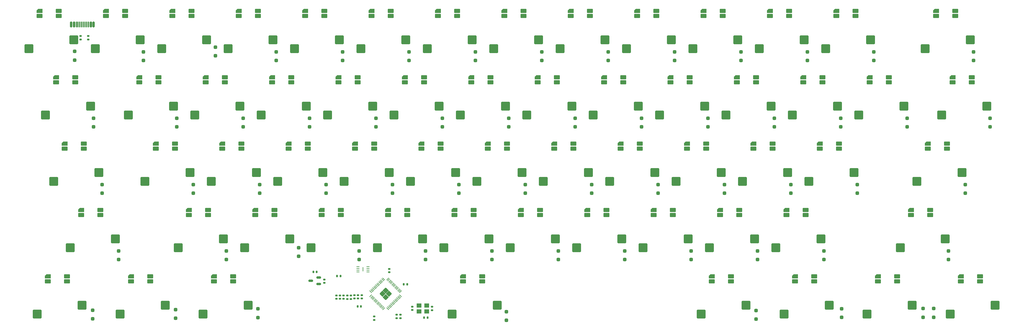
<source format=gbr>
%TF.GenerationSoftware,KiCad,Pcbnew,8.0.3*%
%TF.CreationDate,2024-12-09T14:43:44+08:00*%
%TF.ProjectId,PH60_Rev3,50483630-5f52-4657-9633-2e6b69636164,rev?*%
%TF.SameCoordinates,Original*%
%TF.FileFunction,Paste,Bot*%
%TF.FilePolarity,Positive*%
%FSLAX46Y46*%
G04 Gerber Fmt 4.6, Leading zero omitted, Abs format (unit mm)*
G04 Created by KiCad (PCBNEW 8.0.3) date 2024-12-09 14:43:44*
%MOMM*%
%LPD*%
G01*
G04 APERTURE LIST*
G04 Aperture macros list*
%AMRoundRect*
0 Rectangle with rounded corners*
0 $1 Rounding radius*
0 $2 $3 $4 $5 $6 $7 $8 $9 X,Y pos of 4 corners*
0 Add a 4 corners polygon primitive as box body*
4,1,4,$2,$3,$4,$5,$6,$7,$8,$9,$2,$3,0*
0 Add four circle primitives for the rounded corners*
1,1,$1+$1,$2,$3*
1,1,$1+$1,$4,$5*
1,1,$1+$1,$6,$7*
1,1,$1+$1,$8,$9*
0 Add four rect primitives between the rounded corners*
20,1,$1+$1,$2,$3,$4,$5,0*
20,1,$1+$1,$4,$5,$6,$7,0*
20,1,$1+$1,$6,$7,$8,$9,0*
20,1,$1+$1,$8,$9,$2,$3,0*%
%AMFreePoly0*
4,1,18,-0.600000,0.730000,-0.590866,0.775922,-0.564853,0.814853,-0.525922,0.840866,-0.480000,0.850000,0.480000,0.850000,0.525922,0.840866,0.564853,0.814853,0.590866,0.775922,0.600000,0.730000,0.600000,-0.730000,0.590866,-0.775922,0.564853,-0.814853,0.525922,-0.840866,0.480000,-0.850000,-0.120000,-0.850000,-0.600000,-0.370000,-0.600000,0.730000,-0.600000,0.730000,$1*%
%AMFreePoly1*
4,1,19,0.563745,0.600348,0.608674,0.548496,0.619677,0.497915,0.619677,-0.497915,0.600348,-0.563745,0.548496,-0.608674,0.497915,-0.619677,-0.497915,-0.619677,-0.563745,-0.600348,-0.608674,-0.548496,-0.619677,-0.497915,-0.619677,0.397045,-0.600348,0.462875,-0.584014,0.483144,-0.483144,0.584014,-0.422927,0.616893,-0.397045,0.619677,0.497915,0.619677,0.563745,0.600348,0.563745,0.600348,
$1*%
%AMFreePoly2*
4,1,19,0.563745,0.600348,0.608674,0.548496,0.619677,0.497915,0.619677,-0.497915,0.600348,-0.563745,0.548496,-0.608674,0.497915,-0.619677,-0.397045,-0.619677,-0.462875,-0.600348,-0.483144,-0.584014,-0.584014,-0.483144,-0.616893,-0.422927,-0.619677,-0.397045,-0.619677,0.497915,-0.600348,0.563745,-0.548496,0.608674,-0.497915,0.619677,0.497915,0.619677,0.563745,0.600348,0.563745,0.600348,
$1*%
%AMFreePoly3*
4,1,19,0.462875,0.600348,0.483144,0.584014,0.584014,0.483144,0.616893,0.422927,0.619677,0.397045,0.619677,-0.497915,0.600348,-0.563745,0.548496,-0.608674,0.497915,-0.619677,-0.497915,-0.619677,-0.563745,-0.600348,-0.608674,-0.548496,-0.619677,-0.497915,-0.619677,0.497915,-0.600348,0.563745,-0.548496,0.608674,-0.497915,0.619677,0.397045,0.619677,0.462875,0.600348,0.462875,0.600348,
$1*%
%AMFreePoly4*
4,1,19,0.563745,0.600348,0.608674,0.548496,0.619677,0.497915,0.619677,-0.397045,0.600348,-0.462875,0.584014,-0.483144,0.483144,-0.584014,0.422927,-0.616893,0.397045,-0.619677,-0.497915,-0.619677,-0.563745,-0.600348,-0.608674,-0.548496,-0.619677,-0.497915,-0.619677,0.497915,-0.600348,0.563745,-0.548496,0.608674,-0.497915,0.619677,0.497915,0.619677,0.563745,0.600348,0.563745,0.600348,
$1*%
G04 Aperture macros list end*
%ADD10RoundRect,0.250000X1.025000X1.000000X-1.025000X1.000000X-1.025000X-1.000000X1.025000X-1.000000X0*%
%ADD11RoundRect,0.250000X0.250000X-0.250000X0.250000X0.250000X-0.250000X0.250000X-0.250000X-0.250000X0*%
%ADD12RoundRect,0.120000X-0.730000X0.480000X-0.730000X-0.480000X0.730000X-0.480000X0.730000X0.480000X0*%
%ADD13FreePoly0,270.000000*%
%ADD14RoundRect,0.140000X0.140000X0.170000X-0.140000X0.170000X-0.140000X-0.170000X0.140000X-0.170000X0*%
%ADD15RoundRect,0.140000X0.170000X-0.140000X0.170000X0.140000X-0.170000X0.140000X-0.170000X-0.140000X0*%
%ADD16RoundRect,0.140000X-0.170000X0.140000X-0.170000X-0.140000X0.170000X-0.140000X0.170000X0.140000X0*%
%ADD17RoundRect,0.150000X0.512500X0.150000X-0.512500X0.150000X-0.512500X-0.150000X0.512500X-0.150000X0*%
%ADD18FreePoly1,225.000000*%
%ADD19FreePoly2,225.000000*%
%ADD20FreePoly3,225.000000*%
%ADD21FreePoly4,225.000000*%
%ADD22RoundRect,0.050000X0.238649X0.309359X-0.309359X-0.238649X-0.238649X-0.309359X0.309359X0.238649X0*%
%ADD23RoundRect,0.050000X-0.238649X0.309359X-0.309359X0.238649X0.238649X-0.309359X0.309359X-0.238649X0*%
%ADD24RoundRect,0.135000X0.135000X0.185000X-0.135000X0.185000X-0.135000X-0.185000X0.135000X-0.185000X0*%
%ADD25RoundRect,0.135000X-0.185000X0.135000X-0.185000X-0.135000X0.185000X-0.135000X0.185000X0.135000X0*%
%ADD26RoundRect,0.135000X0.185000X-0.135000X0.185000X0.135000X-0.185000X0.135000X-0.185000X-0.135000X0*%
%ADD27RoundRect,0.140000X-0.140000X-0.170000X0.140000X-0.170000X0.140000X0.170000X-0.140000X0.170000X0*%
%ADD28RoundRect,0.040000X0.040000X0.605000X-0.040000X0.605000X-0.040000X-0.605000X0.040000X-0.605000X0*%
%ADD29RoundRect,0.062500X0.387500X0.062500X-0.387500X0.062500X-0.387500X-0.062500X0.387500X-0.062500X0*%
%ADD30RoundRect,0.135000X-0.135000X-0.185000X0.135000X-0.185000X0.135000X0.185000X-0.135000X0.185000X0*%
%ADD31RoundRect,0.150000X-0.150000X-0.670000X0.150000X-0.670000X0.150000X0.670000X-0.150000X0.670000X0*%
%ADD32RoundRect,0.075000X-0.075000X-0.745000X0.075000X-0.745000X0.075000X0.745000X-0.075000X0.745000X0*%
%ADD33R,1.400000X1.200000*%
G04 APERTURE END LIST*
D10*
%TO.C,S30*%
X78522500Y-78740000D03*
X65595500Y-81280000D03*
%TD*%
%TO.C,S27*%
X283310000Y-59690000D03*
X270383000Y-62230000D03*
%TD*%
%TO.C,S32*%
X116622500Y-78740000D03*
X103695500Y-81280000D03*
%TD*%
%TO.C,S38*%
X230922500Y-78740000D03*
X217995500Y-81280000D03*
%TD*%
%TO.C,S35*%
X173772500Y-78740000D03*
X160845500Y-81280000D03*
%TD*%
%TO.C,S4*%
X102335000Y-40640000D03*
X89408000Y-43180000D03*
%TD*%
%TO.C,S2*%
X64235000Y-40640000D03*
X51308000Y-43180000D03*
%TD*%
%TO.C,S22*%
X188060000Y-59690000D03*
X175133000Y-62230000D03*
%TD*%
%TO.C,S28*%
X307122500Y-59690000D03*
X294195500Y-62230000D03*
%TD*%
%TO.C,S46*%
X145197500Y-97790000D03*
X132270500Y-100330000D03*
%TD*%
%TO.C,S1*%
X45185000Y-40640000D03*
X32258000Y-43180000D03*
%TD*%
%TO.C,S54*%
X47566250Y-116840000D03*
X34639250Y-119380000D03*
%TD*%
%TO.C,S10*%
X216635000Y-40640000D03*
X203708000Y-43180000D03*
%TD*%
%TO.C,S34*%
X154722500Y-78740000D03*
X141795500Y-81280000D03*
%TD*%
%TO.C,S15*%
X49947500Y-59690000D03*
X37020500Y-62230000D03*
%TD*%
%TO.C,S56*%
X95191250Y-116840000D03*
X82264250Y-119380000D03*
%TD*%
%TO.C,S20*%
X149960000Y-59690000D03*
X137033000Y-62230000D03*
%TD*%
%TO.C,S17*%
X92810000Y-59690000D03*
X79883000Y-62230000D03*
%TD*%
%TO.C,S31*%
X97572500Y-78740000D03*
X84645500Y-81280000D03*
%TD*%
%TO.C,S48*%
X183297500Y-97790000D03*
X170370500Y-100330000D03*
%TD*%
%TO.C,S51*%
X240447500Y-97790000D03*
X227520500Y-100330000D03*
%TD*%
%TO.C,S23*%
X207110000Y-59690000D03*
X194183000Y-62230000D03*
%TD*%
%TO.C,S50*%
X221397500Y-97790000D03*
X208470500Y-100330000D03*
%TD*%
%TO.C,S18*%
X111860000Y-59690000D03*
X98933000Y-62230000D03*
%TD*%
%TO.C,S33*%
X135672500Y-78740000D03*
X122745500Y-81280000D03*
%TD*%
%TO.C,S16*%
X73760000Y-59690000D03*
X60833000Y-62230000D03*
%TD*%
%TO.C,S60*%
X285691250Y-116840000D03*
X272764250Y-119380000D03*
%TD*%
%TO.C,S43*%
X88047500Y-97790000D03*
X75120500Y-100330000D03*
%TD*%
%TO.C,S58*%
X238066250Y-116840000D03*
X225139250Y-119380000D03*
%TD*%
%TO.C,S24*%
X226160000Y-59690000D03*
X213233000Y-62230000D03*
%TD*%
%TO.C,S29*%
X52328750Y-78740000D03*
X39401750Y-81280000D03*
%TD*%
%TO.C,S37*%
X211872500Y-78740000D03*
X198945500Y-81280000D03*
%TD*%
%TO.C,S3*%
X83285000Y-40640000D03*
X70358000Y-43180000D03*
%TD*%
%TO.C,S61*%
X309503750Y-116840000D03*
X296576750Y-119380000D03*
%TD*%
%TO.C,S36*%
X192822500Y-78740000D03*
X179895500Y-81280000D03*
%TD*%
%TO.C,S6*%
X140435000Y-40640000D03*
X127508000Y-43180000D03*
%TD*%
%TO.C,S55*%
X71378750Y-116840000D03*
X58451750Y-119380000D03*
%TD*%
%TO.C,S25*%
X245210000Y-59690000D03*
X232283000Y-62230000D03*
%TD*%
%TO.C,S9*%
X197585000Y-40640000D03*
X184658000Y-43180000D03*
%TD*%
%TO.C,S26*%
X264260000Y-59690000D03*
X251333000Y-62230000D03*
%TD*%
%TO.C,S11*%
X235685000Y-40640000D03*
X222758000Y-43180000D03*
%TD*%
%TO.C,S59*%
X261878750Y-116840000D03*
X248951750Y-119380000D03*
%TD*%
%TO.C,S53*%
X295216250Y-97790000D03*
X282289250Y-100330000D03*
%TD*%
%TO.C,S12*%
X254735000Y-40640000D03*
X241808000Y-43180000D03*
%TD*%
%TO.C,S57*%
X166628750Y-116840000D03*
X153701750Y-119380000D03*
%TD*%
%TO.C,S8*%
X178535000Y-40640000D03*
X165608000Y-43180000D03*
%TD*%
%TO.C,S13*%
X273785000Y-40640000D03*
X260858000Y-43180000D03*
%TD*%
%TO.C,S14*%
X302360000Y-40640000D03*
X289433000Y-43180000D03*
%TD*%
%TO.C,S21*%
X169010000Y-59690000D03*
X156083000Y-62230000D03*
%TD*%
%TO.C,S19*%
X130910000Y-59690000D03*
X117983000Y-62230000D03*
%TD*%
%TO.C,S5*%
X121385000Y-40640000D03*
X108458000Y-43180000D03*
%TD*%
%TO.C,S45*%
X126147500Y-97790000D03*
X113220500Y-100330000D03*
%TD*%
%TO.C,S52*%
X259497500Y-97790000D03*
X246570500Y-100330000D03*
%TD*%
%TO.C,S7*%
X159485000Y-40640000D03*
X146558000Y-43180000D03*
%TD*%
%TO.C,S41*%
X299978750Y-78740000D03*
X287051750Y-81280000D03*
%TD*%
%TO.C,S49*%
X202347500Y-97790000D03*
X189420500Y-100330000D03*
%TD*%
%TO.C,S44*%
X107097500Y-97790000D03*
X94170500Y-100330000D03*
%TD*%
%TO.C,S39*%
X249972500Y-78740000D03*
X237045500Y-81280000D03*
%TD*%
%TO.C,S40*%
X269022500Y-78740000D03*
X256095500Y-81280000D03*
%TD*%
%TO.C,S47*%
X164247500Y-97790000D03*
X151320500Y-100330000D03*
%TD*%
%TO.C,S42*%
X57091250Y-97790000D03*
X44164250Y-100330000D03*
%TD*%
D11*
%TO.C,D21*%
X169924999Y-65600000D03*
X169924999Y-63100000D03*
%TD*%
D12*
%TO.C,RGB20*%
X145625000Y-52820000D03*
X145625000Y-51320000D03*
D13*
X140125000Y-51320000D03*
D12*
X140125000Y-52820000D03*
%TD*%
D14*
%TO.C,C13*%
X127555000Y-117185000D03*
X126595000Y-117185000D03*
%TD*%
D15*
%TO.C,C3*%
X147975000Y-118225000D03*
X147975000Y-117265000D03*
%TD*%
D11*
%TO.C,D46*%
X146112499Y-103700000D03*
X146112499Y-101200000D03*
%TD*%
%TO.C,D55*%
X74335000Y-120535000D03*
X74335000Y-118035000D03*
%TD*%
D12*
%TO.C,RGB58*%
X233731250Y-109970000D03*
X233731250Y-108470000D03*
D13*
X228231250Y-108470000D03*
D12*
X228231250Y-109970000D03*
%TD*%
%TO.C,RGB14*%
X298025000Y-33770000D03*
X298025000Y-32270000D03*
D13*
X292525000Y-32270000D03*
D12*
X292525000Y-33770000D03*
%TD*%
D16*
%TO.C,C8*%
X120485000Y-114015000D03*
X120485000Y-114975000D03*
%TD*%
D15*
%TO.C,C18*%
X117065000Y-110375000D03*
X117065000Y-109415000D03*
%TD*%
D17*
%TO.C,U1*%
X115425000Y-108825000D03*
X115425000Y-110725000D03*
X113150000Y-109775000D03*
%TD*%
D12*
%TO.C,RGB55*%
X67043750Y-109970000D03*
X67043750Y-108470000D03*
D13*
X61543750Y-108470000D03*
D12*
X61543750Y-109970000D03*
%TD*%
%TO.C,RGB42*%
X52756250Y-90920000D03*
X52756250Y-89420000D03*
D13*
X47256250Y-89420000D03*
D12*
X47256250Y-90920000D03*
%TD*%
D11*
%TO.C,D7*%
X160399999Y-46550000D03*
X160399999Y-44050000D03*
%TD*%
D18*
%TO.C,U3*%
X135589594Y-113540406D03*
D19*
X134635000Y-112585812D03*
D20*
X134635000Y-114495000D03*
D21*
X133680406Y-113540406D03*
D22*
X135227202Y-109271249D03*
X135510045Y-109554092D03*
X135792887Y-109836934D03*
X136075730Y-110119777D03*
X136358573Y-110402620D03*
X136641415Y-110685462D03*
X136924258Y-110968305D03*
X137207101Y-111251148D03*
X137489944Y-111533991D03*
X137772786Y-111816833D03*
X138055629Y-112099676D03*
X138338472Y-112382519D03*
X138621314Y-112665361D03*
X138904157Y-112948204D03*
D23*
X138904157Y-114132608D03*
X138621314Y-114415451D03*
X138338472Y-114698293D03*
X138055629Y-114981136D03*
X137772786Y-115263979D03*
X137489944Y-115546821D03*
X137207101Y-115829664D03*
X136924258Y-116112507D03*
X136641415Y-116395350D03*
X136358573Y-116678192D03*
X136075730Y-116961035D03*
X135792887Y-117243878D03*
X135510045Y-117526720D03*
X135227202Y-117809563D03*
D22*
X134042798Y-117809563D03*
X133759955Y-117526720D03*
X133477113Y-117243878D03*
X133194270Y-116961035D03*
X132911427Y-116678192D03*
X132628585Y-116395350D03*
X132345742Y-116112507D03*
X132062899Y-115829664D03*
X131780056Y-115546821D03*
X131497214Y-115263979D03*
X131214371Y-114981136D03*
X130931528Y-114698293D03*
X130648686Y-114415451D03*
X130365843Y-114132608D03*
D23*
X130365843Y-112948204D03*
X130648686Y-112665361D03*
X130931528Y-112382519D03*
X131214371Y-112099676D03*
X131497214Y-111816833D03*
X131780056Y-111533991D03*
X132062899Y-111251148D03*
X132345742Y-110968305D03*
X132628585Y-110685462D03*
X132911427Y-110402620D03*
X133194270Y-110119777D03*
X133477113Y-109836934D03*
X133759955Y-109554092D03*
X134042798Y-109271249D03*
%TD*%
D11*
%TO.C,D15*%
X50862499Y-65600000D03*
X50862499Y-63100000D03*
%TD*%
D12*
%TO.C,RGB57*%
X162293750Y-109970000D03*
X162293750Y-108470000D03*
D13*
X156793750Y-108470000D03*
D12*
X156793750Y-109970000D03*
%TD*%
%TO.C,RGB38*%
X226587500Y-71870000D03*
X226587500Y-70370000D03*
D13*
X221087500Y-70370000D03*
D12*
X221087500Y-71870000D03*
%TD*%
%TO.C,RGB37*%
X207537500Y-71870000D03*
X207537500Y-70370000D03*
D13*
X202037500Y-70370000D03*
D12*
X202037500Y-71870000D03*
%TD*%
D11*
%TO.C,D22*%
X188974999Y-65600000D03*
X188974999Y-63100000D03*
%TD*%
%TO.C,D44*%
X109705000Y-102785000D03*
X109705000Y-100285000D03*
%TD*%
D24*
%TO.C,R5*%
X146635000Y-120365000D03*
X145615000Y-120365000D03*
%TD*%
D12*
%TO.C,RGB52*%
X255162500Y-90920000D03*
X255162500Y-89420000D03*
D13*
X249662500Y-89420000D03*
D12*
X249662500Y-90920000D03*
%TD*%
D25*
%TO.C,R7*%
X49335000Y-39475000D03*
X49335000Y-40495000D03*
%TD*%
D11*
%TO.C,D58*%
X240945000Y-120805000D03*
X240945000Y-118305000D03*
%TD*%
%TO.C,D20*%
X150874999Y-65600000D03*
X150874999Y-63100000D03*
%TD*%
D12*
%TO.C,RGB3*%
X78950000Y-33770000D03*
X78950000Y-32270000D03*
D13*
X73450000Y-32270000D03*
D12*
X73450000Y-33770000D03*
%TD*%
%TO.C,RGB60*%
X281356250Y-109970000D03*
X281356250Y-108470000D03*
D13*
X275856250Y-108470000D03*
D12*
X275856250Y-109970000D03*
%TD*%
%TO.C,RGB5*%
X117050000Y-33770000D03*
X117050000Y-32270000D03*
D13*
X111550000Y-32270000D03*
D12*
X111550000Y-33770000D03*
%TD*%
%TO.C,RGB16*%
X69425000Y-52820000D03*
X69425000Y-51320000D03*
D13*
X63925000Y-51320000D03*
D12*
X63925000Y-52820000D03*
%TD*%
D11*
%TO.C,D19*%
X131824999Y-65600000D03*
X131824999Y-63100000D03*
%TD*%
D16*
%TO.C,C16*%
X122545000Y-114025000D03*
X122545000Y-114985000D03*
%TD*%
D11*
%TO.C,D4*%
X103249999Y-46550000D03*
X103249999Y-44050000D03*
%TD*%
%TO.C,D13*%
X274699999Y-46550000D03*
X274699999Y-44050000D03*
%TD*%
%TO.C,D29*%
X53243749Y-84650000D03*
X53243749Y-82150000D03*
%TD*%
D12*
%TO.C,RGB24*%
X221825000Y-52820000D03*
X221825000Y-51320000D03*
D13*
X216325000Y-51320000D03*
D12*
X216325000Y-52820000D03*
%TD*%
D11*
%TO.C,D11*%
X236599999Y-46550000D03*
X236599999Y-44050000D03*
%TD*%
D15*
%TO.C,C5*%
X135685000Y-107325000D03*
X135685000Y-106365000D03*
%TD*%
D12*
%TO.C,RGB18*%
X107525000Y-52820000D03*
X107525000Y-51320000D03*
D13*
X102025000Y-51320000D03*
D12*
X102025000Y-52820000D03*
%TD*%
%TO.C,RGB27*%
X278975000Y-52820000D03*
X278975000Y-51320000D03*
D13*
X273475000Y-51320000D03*
D12*
X273475000Y-52820000D03*
%TD*%
%TO.C,RGB34*%
X150387500Y-71870000D03*
X150387500Y-70370000D03*
D13*
X144887500Y-70370000D03*
D12*
X144887500Y-71870000D03*
%TD*%
D11*
%TO.C,D42*%
X58006249Y-103700000D03*
X58006249Y-101200000D03*
%TD*%
D12*
%TO.C,RGB47*%
X159912500Y-90920000D03*
X159912500Y-89420000D03*
D13*
X154412500Y-89420000D03*
D12*
X154412500Y-90920000D03*
%TD*%
D16*
%TO.C,C9*%
X131375000Y-120045000D03*
X131375000Y-121005000D03*
%TD*%
D11*
%TO.C,D2*%
X65149999Y-46550000D03*
X65149999Y-44050000D03*
%TD*%
D12*
%TO.C,RGB29*%
X47993750Y-71870000D03*
X47993750Y-70370000D03*
D13*
X42493750Y-70370000D03*
D12*
X42493750Y-71870000D03*
%TD*%
%TO.C,RGB7*%
X155150000Y-33770000D03*
X155150000Y-32270000D03*
D13*
X149650000Y-32270000D03*
D12*
X149650000Y-33770000D03*
%TD*%
D11*
%TO.C,D34*%
X155637499Y-84650000D03*
X155637499Y-82150000D03*
%TD*%
D12*
%TO.C,RGB48*%
X178962500Y-90920000D03*
X178962500Y-89420000D03*
D13*
X173462500Y-89420000D03*
D12*
X173462500Y-90920000D03*
%TD*%
D11*
%TO.C,D27*%
X284224999Y-65600000D03*
X284224999Y-63100000D03*
%TD*%
D12*
%TO.C,RGB4*%
X98000000Y-33770000D03*
X98000000Y-32270000D03*
D13*
X92500000Y-32270000D03*
D12*
X92500000Y-33770000D03*
%TD*%
%TO.C,RGB17*%
X88475000Y-52820000D03*
X88475000Y-51320000D03*
D13*
X82975000Y-51320000D03*
D12*
X82975000Y-52820000D03*
%TD*%
%TO.C,RGB61*%
X305168750Y-109970000D03*
X305168750Y-108470000D03*
D13*
X299668750Y-108470000D03*
D12*
X299668750Y-109970000D03*
%TD*%
%TO.C,RGB9*%
X193250000Y-33770000D03*
X193250000Y-32270000D03*
D13*
X187750000Y-32270000D03*
D12*
X187750000Y-33770000D03*
%TD*%
%TO.C,RGB59*%
X257543750Y-109970000D03*
X257543750Y-108470000D03*
D13*
X252043750Y-108470000D03*
D12*
X252043750Y-109970000D03*
%TD*%
D26*
%TO.C,R3*%
X123625000Y-115045000D03*
X123625000Y-114025000D03*
%TD*%
D11*
%TO.C,D18*%
X112774999Y-65600000D03*
X112774999Y-63100000D03*
%TD*%
%TO.C,D30*%
X79437499Y-84650000D03*
X79437499Y-82150000D03*
%TD*%
%TO.C,D57*%
X169235000Y-121162500D03*
X169235000Y-118662500D03*
%TD*%
%TO.C,D43*%
X88962499Y-103700000D03*
X88962499Y-101200000D03*
%TD*%
%TO.C,D45*%
X127062499Y-103700000D03*
X127062499Y-101200000D03*
%TD*%
D12*
%TO.C,RGB35*%
X169437500Y-71870000D03*
X169437500Y-70370000D03*
D13*
X163937500Y-70370000D03*
D12*
X163937500Y-71870000D03*
%TD*%
D16*
%TO.C,C14*%
X121535000Y-114025000D03*
X121535000Y-114985000D03*
%TD*%
%TO.C,C10*%
X127775000Y-113905000D03*
X127775000Y-114865000D03*
%TD*%
D11*
%TO.C,D31*%
X98487499Y-84650000D03*
X98487499Y-82150000D03*
%TD*%
D25*
%TO.C,R6*%
X47135000Y-39475000D03*
X47135000Y-40495000D03*
%TD*%
D11*
%TO.C,D16*%
X74674999Y-65600000D03*
X74674999Y-63100000D03*
%TD*%
D12*
%TO.C,RGB46*%
X140862500Y-90920000D03*
X140862500Y-89420000D03*
D13*
X135362500Y-89420000D03*
D12*
X135362500Y-90920000D03*
%TD*%
D11*
%TO.C,D6*%
X141349999Y-46550000D03*
X141349999Y-44050000D03*
%TD*%
%TO.C,D48*%
X184212499Y-103700000D03*
X184212499Y-101200000D03*
%TD*%
D12*
%TO.C,RGB44*%
X102762500Y-90920000D03*
X102762500Y-89420000D03*
D13*
X97262500Y-89420000D03*
D12*
X97262500Y-90920000D03*
%TD*%
%TO.C,RGB23*%
X202775000Y-52820000D03*
X202775000Y-51320000D03*
D13*
X197275000Y-51320000D03*
D12*
X197275000Y-52820000D03*
%TD*%
%TO.C,RGB50*%
X217062500Y-90920000D03*
X217062500Y-89420000D03*
D13*
X211562500Y-89420000D03*
D12*
X211562500Y-90920000D03*
%TD*%
%TO.C,RGB33*%
X131337500Y-71870000D03*
X131337500Y-70370000D03*
D13*
X125837500Y-70370000D03*
D12*
X125837500Y-71870000D03*
%TD*%
%TO.C,RGB26*%
X259925000Y-52820000D03*
X259925000Y-51320000D03*
D13*
X254425000Y-51320000D03*
D12*
X254425000Y-52820000D03*
%TD*%
D11*
%TO.C,D24*%
X227074999Y-65600000D03*
X227074999Y-63100000D03*
%TD*%
D16*
%TO.C,C2*%
X142285000Y-117225000D03*
X142285000Y-118185000D03*
%TD*%
D11*
%TO.C,D35*%
X174687499Y-84650000D03*
X174687499Y-82150000D03*
%TD*%
%TO.C,D38*%
X231837499Y-84650000D03*
X231837499Y-82150000D03*
%TD*%
D12*
%TO.C,RGB49*%
X198012500Y-90920000D03*
X198012500Y-89420000D03*
D13*
X192512500Y-89420000D03*
D12*
X192512500Y-90920000D03*
%TD*%
D16*
%TO.C,C12*%
X138848472Y-119532519D03*
X138848472Y-120492519D03*
%TD*%
D12*
%TO.C,RGB28*%
X302787500Y-52820000D03*
X302787500Y-51320000D03*
D13*
X297287500Y-51320000D03*
D12*
X297287500Y-52820000D03*
%TD*%
%TO.C,RGB13*%
X269450000Y-33770000D03*
X269450000Y-32270000D03*
D13*
X263950000Y-32270000D03*
D12*
X263950000Y-33770000D03*
%TD*%
%TO.C,RGB12*%
X250400000Y-33770000D03*
X250400000Y-32270000D03*
D13*
X244900000Y-32270000D03*
D12*
X244900000Y-33770000D03*
%TD*%
D27*
%TO.C,C11*%
X139835000Y-110765000D03*
X140795000Y-110765000D03*
%TD*%
D12*
%TO.C,RGB54*%
X43231250Y-109970000D03*
X43231250Y-108470000D03*
D13*
X37731250Y-108470000D03*
D12*
X37731250Y-109970000D03*
%TD*%
%TO.C,RGB41*%
X295643750Y-71870000D03*
X295643750Y-70370000D03*
D13*
X290143750Y-70370000D03*
D12*
X290143750Y-71870000D03*
%TD*%
%TO.C,RGB2*%
X59900000Y-33770000D03*
X59900000Y-32270000D03*
D13*
X54400000Y-32270000D03*
D12*
X54400000Y-33770000D03*
%TD*%
%TO.C,RGB1*%
X40850000Y-33770000D03*
X40850000Y-32270000D03*
D13*
X35350000Y-32270000D03*
D12*
X35350000Y-33770000D03*
%TD*%
D11*
%TO.C,D56*%
X97975000Y-120365000D03*
X97975000Y-117865000D03*
%TD*%
D16*
%TO.C,C15*%
X126715000Y-113905000D03*
X126715000Y-114865000D03*
%TD*%
D11*
%TO.C,D49*%
X203262499Y-103700000D03*
X203262499Y-101200000D03*
%TD*%
D12*
%TO.C,RGB40*%
X264687500Y-71870000D03*
X264687500Y-70370000D03*
D13*
X259187500Y-70370000D03*
D12*
X259187500Y-71870000D03*
%TD*%
%TO.C,RGB22*%
X183725000Y-52820000D03*
X183725000Y-51320000D03*
D13*
X178225000Y-51320000D03*
D12*
X178225000Y-52820000D03*
%TD*%
D11*
%TO.C,D59*%
X265445000Y-120315000D03*
X265445000Y-117815000D03*
%TD*%
D26*
%TO.C,R4*%
X124655000Y-115065000D03*
X124655000Y-114045000D03*
%TD*%
D12*
%TO.C,RGB6*%
X136100000Y-33770000D03*
X136100000Y-32270000D03*
D13*
X130600000Y-32270000D03*
D12*
X130600000Y-33770000D03*
%TD*%
D11*
%TO.C,D54*%
X50535000Y-120715000D03*
X50535000Y-118215000D03*
%TD*%
%TO.C,D17*%
X93724999Y-65600000D03*
X93724999Y-63100000D03*
%TD*%
D12*
%TO.C,RGB53*%
X290881250Y-90920000D03*
X290881250Y-89420000D03*
D13*
X285381250Y-89420000D03*
D12*
X285381250Y-90920000D03*
%TD*%
D11*
%TO.C,D60*%
X288865000Y-120245000D03*
X288865000Y-117745000D03*
%TD*%
D28*
%TO.C,U2*%
X128115000Y-106505000D03*
D29*
X129540000Y-105755000D03*
X129540000Y-106255000D03*
X129540000Y-106755000D03*
X129540000Y-107255000D03*
X126690000Y-107255000D03*
X126690000Y-106755000D03*
X126690000Y-106255000D03*
X126690000Y-105755000D03*
%TD*%
D12*
%TO.C,RGB45*%
X121812500Y-90920000D03*
X121812500Y-89420000D03*
D13*
X116312500Y-89420000D03*
D12*
X116312500Y-90920000D03*
%TD*%
D30*
%TO.C,R1*%
X120715000Y-108415000D03*
X121735000Y-108415000D03*
%TD*%
D31*
%TO.C,J1*%
X44425000Y-36180000D03*
X45225000Y-36180000D03*
D32*
X46375000Y-36180000D03*
X47375000Y-36180000D03*
X47875000Y-36180000D03*
X48875000Y-36180000D03*
D31*
X50025000Y-36180000D03*
X50825000Y-36180000D03*
X50825000Y-36180000D03*
X50025000Y-36180000D03*
D32*
X49375000Y-36180000D03*
X48375000Y-36180000D03*
X46875000Y-36180000D03*
X45875000Y-36180000D03*
D31*
X45225000Y-36180000D03*
X44425000Y-36180000D03*
%TD*%
D12*
%TO.C,RGB56*%
X90856250Y-109970000D03*
X90856250Y-108470000D03*
D13*
X85356250Y-108470000D03*
D12*
X85356250Y-109970000D03*
%TD*%
%TO.C,RGB31*%
X93237500Y-71870000D03*
X93237500Y-70370000D03*
D13*
X87737500Y-70370000D03*
D12*
X87737500Y-71870000D03*
%TD*%
D16*
%TO.C,C7*%
X125685000Y-113895000D03*
X125685000Y-114855000D03*
%TD*%
D11*
%TO.C,D26*%
X265174999Y-65600000D03*
X265174999Y-63100000D03*
%TD*%
D12*
%TO.C,RGB25*%
X240875000Y-52820000D03*
X240875000Y-51320000D03*
D13*
X235375000Y-51320000D03*
D12*
X235375000Y-52820000D03*
%TD*%
D11*
%TO.C,D5*%
X122299999Y-46550000D03*
X122299999Y-44050000D03*
%TD*%
D12*
%TO.C,RGB10*%
X212300000Y-33770000D03*
X212300000Y-32270000D03*
D13*
X206800000Y-32270000D03*
D12*
X206800000Y-33770000D03*
%TD*%
D11*
%TO.C,D12*%
X255649999Y-46550000D03*
X255649999Y-44050000D03*
%TD*%
D12*
%TO.C,RGB51*%
X236112500Y-90920000D03*
X236112500Y-89420000D03*
D13*
X230612500Y-89420000D03*
D12*
X230612500Y-90920000D03*
%TD*%
D11*
%TO.C,D9*%
X198499999Y-46550000D03*
X198499999Y-44050000D03*
%TD*%
D12*
%TO.C,RGB8*%
X174200000Y-33770000D03*
X174200000Y-32270000D03*
D13*
X168700000Y-32270000D03*
D12*
X168700000Y-33770000D03*
%TD*%
D11*
%TO.C,D25*%
X246124999Y-65600000D03*
X246124999Y-63100000D03*
%TD*%
D16*
%TO.C,C6*%
X137798472Y-119532519D03*
X137798472Y-120492519D03*
%TD*%
D11*
%TO.C,D53*%
X296131249Y-103700000D03*
X296131249Y-101200000D03*
%TD*%
%TO.C,D23*%
X208024999Y-65600000D03*
X208024999Y-63100000D03*
%TD*%
%TO.C,D28*%
X308037499Y-65600000D03*
X308037499Y-63100000D03*
%TD*%
D33*
%TO.C,Y1*%
X146375000Y-118615000D03*
X144175000Y-118615000D03*
X144175000Y-116915000D03*
X146375000Y-116915000D03*
%TD*%
D12*
%TO.C,RGB15*%
X45612500Y-52820000D03*
X45612500Y-51320000D03*
D13*
X40112500Y-51320000D03*
D12*
X40112500Y-52820000D03*
%TD*%
%TO.C,RGB11*%
X231350000Y-33770000D03*
X231350000Y-32270000D03*
D13*
X225850000Y-32270000D03*
D12*
X225850000Y-33770000D03*
%TD*%
D11*
%TO.C,D32*%
X117537499Y-84650000D03*
X117537499Y-82150000D03*
%TD*%
D12*
%TO.C,RGB32*%
X112287500Y-71870000D03*
X112287500Y-70370000D03*
D13*
X106787500Y-70370000D03*
D12*
X106787500Y-71870000D03*
%TD*%
D11*
%TO.C,D61*%
X291865000Y-120255000D03*
X291865000Y-117755000D03*
%TD*%
%TO.C,D3*%
X85765000Y-45215000D03*
X85765000Y-42715000D03*
%TD*%
D12*
%TO.C,RGB19*%
X126575000Y-52820000D03*
X126575000Y-51320000D03*
D13*
X121075000Y-51320000D03*
D12*
X121075000Y-52820000D03*
%TD*%
D11*
%TO.C,D36*%
X193737499Y-84650000D03*
X193737499Y-82150000D03*
%TD*%
%TO.C,D33*%
X136587499Y-84650000D03*
X136587499Y-82150000D03*
%TD*%
D12*
%TO.C,RGB30*%
X74187500Y-71870000D03*
X74187500Y-70370000D03*
D13*
X68687500Y-70370000D03*
D12*
X68687500Y-71870000D03*
%TD*%
D11*
%TO.C,D10*%
X217549999Y-46550000D03*
X217549999Y-44050000D03*
%TD*%
%TO.C,D1*%
X45445000Y-46445000D03*
X45445000Y-43945000D03*
%TD*%
D12*
%TO.C,RGB39*%
X245637500Y-71870000D03*
X245637500Y-70370000D03*
D13*
X240137500Y-70370000D03*
D12*
X240137500Y-71870000D03*
%TD*%
D11*
%TO.C,D39*%
X250887499Y-84650000D03*
X250887499Y-82150000D03*
%TD*%
%TO.C,D14*%
X303274999Y-46550000D03*
X303274999Y-44050000D03*
%TD*%
%TO.C,D51*%
X241362499Y-103700000D03*
X241362499Y-101200000D03*
%TD*%
%TO.C,D41*%
X300893749Y-84650000D03*
X300893749Y-82150000D03*
%TD*%
D12*
%TO.C,RGB21*%
X164675000Y-52820000D03*
X164675000Y-51320000D03*
D13*
X159175000Y-51320000D03*
D12*
X159175000Y-52820000D03*
%TD*%
D11*
%TO.C,D47*%
X165162499Y-103700000D03*
X165162499Y-101200000D03*
%TD*%
%TO.C,D40*%
X269937499Y-84650000D03*
X269937499Y-82150000D03*
%TD*%
%TO.C,D37*%
X212787499Y-84650000D03*
X212787499Y-82150000D03*
%TD*%
%TO.C,D52*%
X260412499Y-103700000D03*
X260412499Y-101200000D03*
%TD*%
%TO.C,D50*%
X222312499Y-103700000D03*
X222312499Y-101200000D03*
%TD*%
D12*
%TO.C,RGB43*%
X83712500Y-90920000D03*
X83712500Y-89420000D03*
D13*
X78212500Y-89420000D03*
D12*
X78212500Y-90920000D03*
%TD*%
%TO.C,RGB36*%
X188487500Y-71870000D03*
X188487500Y-70370000D03*
D13*
X182987500Y-70370000D03*
D12*
X182987500Y-71870000D03*
%TD*%
D27*
%TO.C,C17*%
X113905000Y-107235000D03*
X114865000Y-107235000D03*
%TD*%
D11*
%TO.C,D8*%
X179449999Y-46550000D03*
X179449999Y-44050000D03*
%TD*%
M02*

</source>
